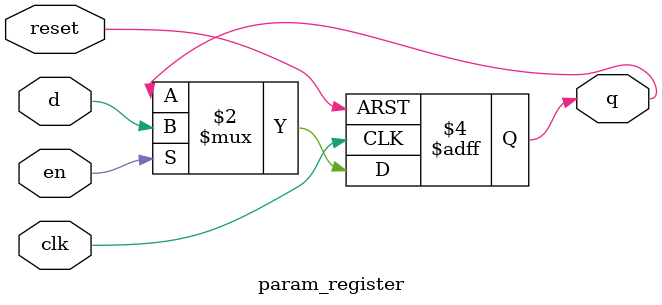
<source format=v>
`timescale 1ns/1ps

module param_register #(parameter WIDTH = 1) (
    input wire clk,
    input wire reset,
    input wire en,
    input wire [WIDTH-1:0] d,
    output reg [WIDTH-1:0] q
);
    
    always @(posedge clk or posedge reset) begin
        if (reset)
            q <= {WIDTH{1'b0}};
        else if (en)
            q <= d;
    end
    
endmodule

</source>
